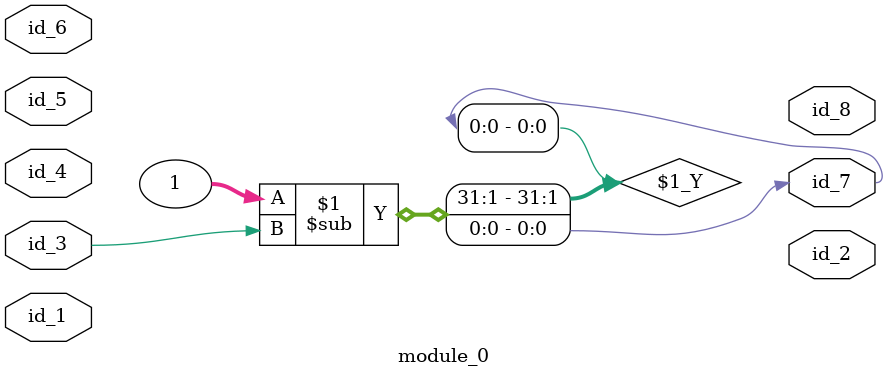
<source format=v>
module module_0 (
    id_1,
    id_2,
    id_3,
    id_4,
    id_5,
    id_6,
    id_7,
    id_8
);
  output id_8;
  output id_7;
  input id_6;
  input id_5;
  input id_4;
  input id_3;
  output id_2;
  input id_1;
  assign id_7 = 1 - id_3;
endmodule

</source>
